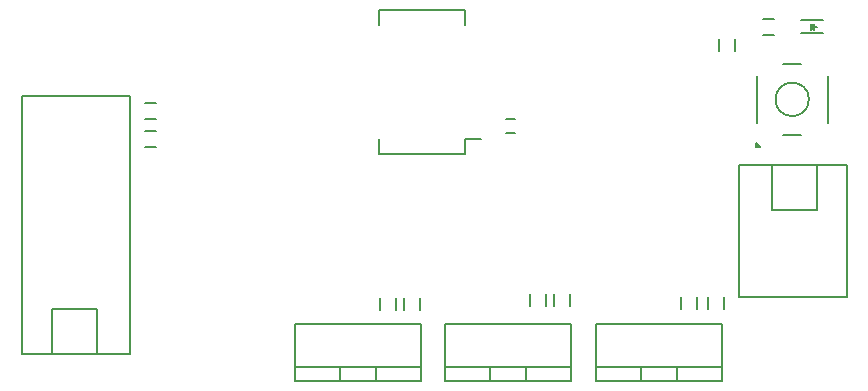
<source format=gbr>
G04 #@! TF.FileFunction,Legend,Top*
%FSLAX46Y46*%
G04 Gerber Fmt 4.6, Leading zero omitted, Abs format (unit mm)*
G04 Created by KiCad (PCBNEW 4.0.1-3.201512221402+6198~38~ubuntu14.04.1-stable) date Thu 28 Jan 2016 03:00:53 PM CST*
%MOMM*%
G01*
G04 APERTURE LIST*
%ADD10C,0.100000*%
%ADD11C,0.150000*%
G04 APERTURE END LIST*
D10*
D11*
X145892000Y-95850000D02*
X145192000Y-95850000D01*
X145192000Y-94650000D02*
X145892000Y-94650000D01*
X170096000Y-87418000D02*
X171996000Y-87418000D01*
X170096000Y-86318000D02*
X171996000Y-86318000D01*
X170996000Y-86868000D02*
X171446000Y-86868000D01*
X170946000Y-86618000D02*
X170946000Y-87118000D01*
X170946000Y-86868000D02*
X171196000Y-86618000D01*
X171196000Y-86618000D02*
X171196000Y-87118000D01*
X171196000Y-87118000D02*
X170946000Y-86868000D01*
X159639000Y-116840000D02*
X159639000Y-115697000D01*
X156591000Y-116840000D02*
X156591000Y-115697000D01*
X152781000Y-115697000D02*
X152781000Y-112014000D01*
X152781000Y-112014000D02*
X163449000Y-112014000D01*
X163449000Y-112014000D02*
X163449000Y-115697000D01*
X152781000Y-116840000D02*
X152781000Y-115697000D01*
X152781000Y-115697000D02*
X163449000Y-115697000D01*
X163449000Y-115697000D02*
X163449000Y-116840000D01*
X158115000Y-116840000D02*
X163449000Y-116840000D01*
X158115000Y-116840000D02*
X152781000Y-116840000D01*
X146812000Y-116840000D02*
X146812000Y-115697000D01*
X143764000Y-116840000D02*
X143764000Y-115697000D01*
X139954000Y-115697000D02*
X139954000Y-112014000D01*
X139954000Y-112014000D02*
X150622000Y-112014000D01*
X150622000Y-112014000D02*
X150622000Y-115697000D01*
X139954000Y-116840000D02*
X139954000Y-115697000D01*
X139954000Y-115697000D02*
X150622000Y-115697000D01*
X150622000Y-115697000D02*
X150622000Y-116840000D01*
X145288000Y-116840000D02*
X150622000Y-116840000D01*
X145288000Y-116840000D02*
X139954000Y-116840000D01*
X134112000Y-116840000D02*
X134112000Y-115697000D01*
X131064000Y-116840000D02*
X131064000Y-115697000D01*
X127254000Y-115697000D02*
X127254000Y-112014000D01*
X127254000Y-112014000D02*
X137922000Y-112014000D01*
X137922000Y-112014000D02*
X137922000Y-115697000D01*
X127254000Y-116840000D02*
X127254000Y-115697000D01*
X127254000Y-115697000D02*
X137922000Y-115697000D01*
X137922000Y-115697000D02*
X137922000Y-116840000D01*
X132588000Y-116840000D02*
X137922000Y-116840000D01*
X132588000Y-116840000D02*
X127254000Y-116840000D01*
X163616000Y-109736000D02*
X163616000Y-110736000D01*
X162266000Y-110736000D02*
X162266000Y-109736000D01*
X161330000Y-109736000D02*
X161330000Y-110736000D01*
X159980000Y-110736000D02*
X159980000Y-109736000D01*
X150535000Y-109482000D02*
X150535000Y-110482000D01*
X149185000Y-110482000D02*
X149185000Y-109482000D01*
X148503000Y-109482000D02*
X148503000Y-110482000D01*
X147153000Y-110482000D02*
X147153000Y-109482000D01*
X137835000Y-109863000D02*
X137835000Y-110863000D01*
X136485000Y-110863000D02*
X136485000Y-109863000D01*
X135803000Y-109863000D02*
X135803000Y-110863000D01*
X134453000Y-110863000D02*
X134453000Y-109863000D01*
X166886000Y-86193000D02*
X167886000Y-86193000D01*
X167886000Y-87543000D02*
X166886000Y-87543000D01*
X163155000Y-88892000D02*
X163155000Y-87892000D01*
X164505000Y-87892000D02*
X164505000Y-88892000D01*
X114562000Y-93305000D02*
X115562000Y-93305000D01*
X115562000Y-94655000D02*
X114562000Y-94655000D01*
X114562000Y-95718000D02*
X115562000Y-95718000D01*
X115562000Y-97068000D02*
X114562000Y-97068000D01*
X166386000Y-96962000D02*
X166486000Y-96962000D01*
X166336000Y-97062000D02*
X166336000Y-96712000D01*
X166336000Y-96712000D02*
G75*
G03X166686000Y-97062000I1050000J700000D01*
G01*
X166336000Y-97062000D02*
X166686000Y-97062000D01*
X170800214Y-93012000D02*
G75*
G03X170800214Y-93012000I-1414214J0D01*
G01*
X172386000Y-95012000D02*
X172386000Y-91012000D01*
X166386000Y-95012000D02*
X166386000Y-91012000D01*
X170136000Y-96012000D02*
X168636000Y-96012000D01*
X168636000Y-90012000D02*
X170136000Y-90012000D01*
D10*
X169386000Y-96012000D02*
X169386000Y-96012000D01*
X172386000Y-91012000D02*
X172386000Y-95012000D01*
X166386000Y-91012000D02*
X166386000Y-95012000D01*
X169386000Y-90012000D02*
X169386000Y-90012000D01*
X170800214Y-93012000D02*
G75*
G03X170800214Y-93012000I-1414214J0D01*
G01*
D11*
X141724000Y-97672000D02*
X141724000Y-96402000D01*
X134374000Y-97672000D02*
X134374000Y-96402000D01*
X134374000Y-85462000D02*
X134374000Y-86732000D01*
X141724000Y-85462000D02*
X141724000Y-86732000D01*
X141724000Y-97672000D02*
X134374000Y-97672000D01*
X141724000Y-85462000D02*
X134374000Y-85462000D01*
X141724000Y-96402000D02*
X143009000Y-96402000D01*
X171450000Y-98552000D02*
X171450000Y-102362000D01*
X171450000Y-102362000D02*
X167640000Y-102362000D01*
X167640000Y-102362000D02*
X167640000Y-98552000D01*
X173990000Y-109728000D02*
X164846000Y-109728000D01*
X173990000Y-98552000D02*
X164846000Y-98552000D01*
X173990000Y-98552000D02*
X173990000Y-109728000D01*
X164846000Y-98552000D02*
X164846000Y-109728000D01*
X106680000Y-114554000D02*
X106680000Y-110744000D01*
X106680000Y-110744000D02*
X110490000Y-110744000D01*
X110490000Y-110744000D02*
X110490000Y-114554000D01*
X107188000Y-92710000D02*
X104140000Y-92710000D01*
X104140000Y-92710000D02*
X104140000Y-114554000D01*
X104140000Y-114554000D02*
X113284000Y-114554000D01*
X113284000Y-114554000D02*
X113284000Y-92710000D01*
X113284000Y-92710000D02*
X107188000Y-92710000D01*
M02*

</source>
